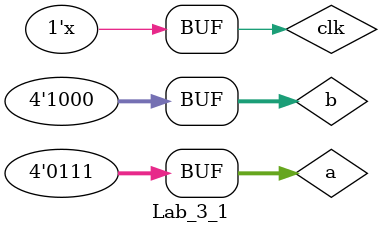
<source format=v>
`timescale 1ns / 1ps


module Lab_3_1(

    );
    reg clk=0;
    reg [3:0]a=7;
    reg [3:0]b=8;
    wire [7:0]p;
    
    always #10 clk=~clk;
    mult_gen_0 Lab_3_1 (
  .CLK(clk),  // input wire CLK
  .A(a),      // input wire [3 : 0] A
  .B(b),      // input wire [3 : 0] B
  .P(p)      // output wire [7 : 0] P
);
endmodule

</source>
